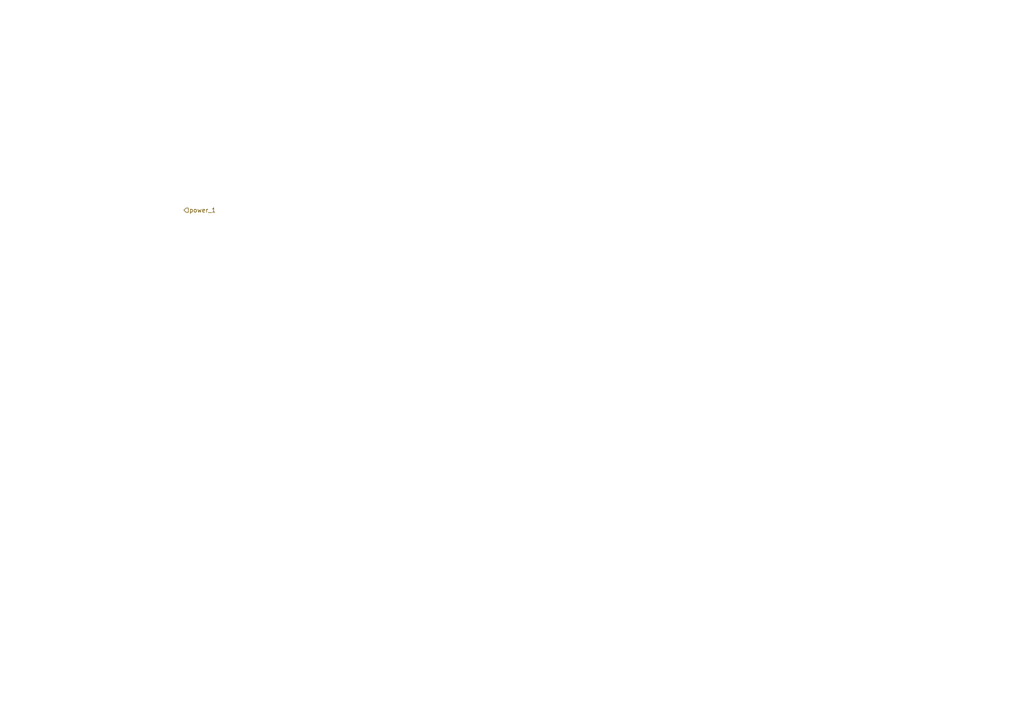
<source format=kicad_sch>
(kicad_sch
	(version 20231120)
	(generator "eeschema")
	(generator_version "8.0")
	(uuid "03118b10-bdd1-4f40-a0d2-e64098455270")
	(paper "A4")
	(lib_symbols)
	(hierarchical_label "power_1"
		(shape input)
		(at 53.34 60.96 0)
		(fields_autoplaced yes)
		(effects
			(font
				(size 1.27 1.27)
			)
			(justify left)
		)
		(uuid "f97352be-7f31-498e-9660-89e03c97ba89")
	)
)

</source>
